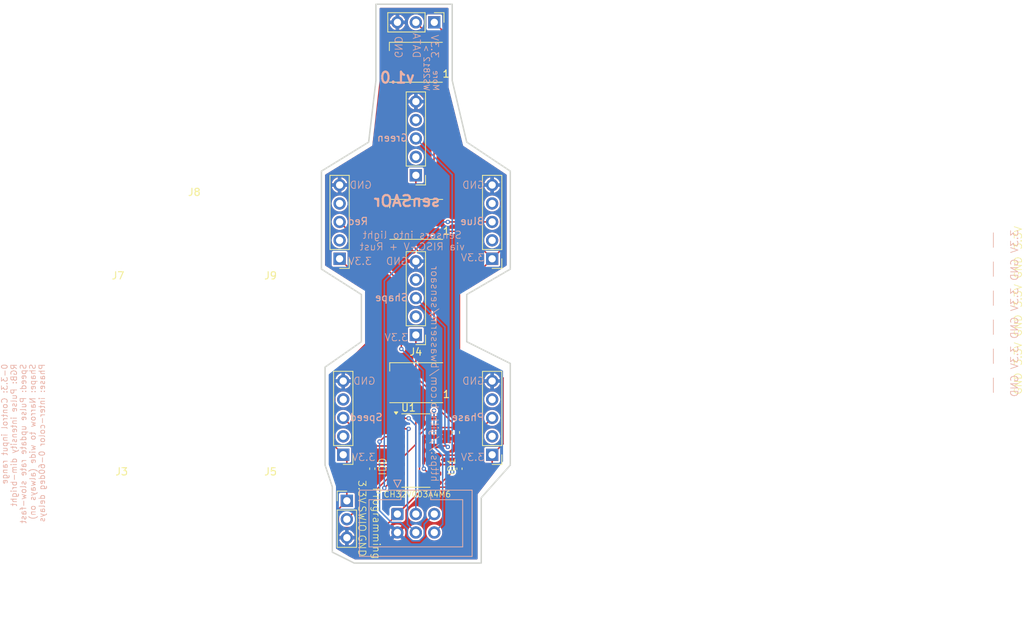
<source format=kicad_pcb>
(kicad_pcb (version 20240108) (generator "pcbnew") (generator_version "8.0")
  (layers (0 "F.Cu" signal) (31 "B.Cu" signal) (34 "B.Paste" user) (35 "F.Paste" user) (36 "B.SilkS" user "B.Silkscreen") (37 "F.SilkS" user "F.Silkscreen") (38 "B.Mask" user) (39 "F.Mask" user) (44 "Edge.Cuts" user))
  (net 0 "")
  (net 1 "VCC")
  (net 2 "GND")
  (net 3 "/SCL")
  (net 4 "/GPIO2")
  (net 5 "/GPIO1")
  (net 6 "/SDA")
  (net 7 "/SWIO")
  (net 8 "Net-(D1-DOUT)")
  (net 9 "Net-(D2-DOUT)")
  (net 10 "Net-(D3-DOUT)")
  (net 11 "/AR")
  (net 12 "/AG")
  (net 13 "/AB")
  (net 14 "/SPEED")
  (net 15 "/SHAPE")
  (net 16 "/ID0")
  (net 17 "/ID1")
  (net 24 "/LED")
  (net 25 "/PHASE")
  (footprint "Capacitor_SMD:C_0603_1608Metric_Pad1.08x0.95mm_HandSolder" (layer "F.Cu") (at 99 77 -90)
    (property "Reference" "C1" (hide yes))
    (property "Value" "C")
    (fp_line (start -0.146267 0.51) (end 0.146267 0.51) (stroke (width 0.12)) (layer "F.SilkS"))
    (fp_line (start -0.146267 -0.51) (end 0.146267 -0.51) (stroke (width 0.12)) (layer "F.SilkS"))
    (pad "1" smd roundrect (at -0.8625 0 270) (size 1.075 0.95) (layers "F.Cu" "F.Paste" "F.Mask") (net 1 "VCC"))
    (pad "2" smd roundrect (at 0.8625 0 270) (size 1.075 0.95) (layers "F.Cu" "F.Paste" "F.Mask") (net 2 "GND"))
  )
  (footprint "Connector_PinHeader_2.54mm:PinHeader_1x03_P2.54mm_Vertical" (layer "F.Cu") (at 96.04 20.5 -90)
    (property "Reference" "J2")
    (property "Value" "WS2812")
    (fp_line (start -1.33 6.41) (end 1.33 6.41) (stroke (width 0.12)) (layer "F.SilkS"))
    (fp_line (start -1.33 1.27) (end -1.33 6.41) (stroke (width 0.12)) (layer "F.SilkS"))
    (fp_line (start -1.33 1.27) (end 1.33 1.27) (stroke (width 0.12)) (layer "F.SilkS"))
    (fp_line (start 1.33 1.27) (end 1.33 6.41) (stroke (width 0.12)) (layer "F.SilkS"))
    (fp_line (start -1.33 0) (end -1.33 -1.33) (stroke (width 0.12)) (layer "F.SilkS"))
    (fp_line (start -1.33 -1.33) (end 0 -1.33) (stroke (width 0.12)) (layer "F.SilkS"))
    (pad "1" thru_hole rect (at 0 0 270) (size 1.7 1.7) (drill 1) (layers "*.Cu" "*.Mask") (net 1 "VCC"))
    (pad "2" thru_hole oval (at 0 2.54 270) (size 1.7 1.7) (drill 1) (layers "*.Cu" "*.Mask") (net 10 "Net-(D3-DOUT)"))
    (pad "3" thru_hole oval (at 0 5.08 270) (size 1.7 1.7) (drill 1) (layers "*.Cu" "*.Mask") (net 2 "GND"))
  )
  (footprint "Connector_PinHeader_2.54mm:PinHeader_1x05_P2.54mm_Vertical" (layer "F.Cu") (at 104 80.08 180)
    (property "Reference" "J5" (at 30.5 -2.33 0) (layer "F.SilkS"))
    (property "Value" "Conn_01x05_Pin")
    (fp_line (start 1.33 1.27) (end 1.33 11.49) (stroke (width 0.12)) (layer "F.SilkS"))
    (fp_line (start -1.33 11.49) (end 1.33 11.49) (stroke (width 0.12)) (layer "F.SilkS"))
    (fp_line (start -1.33 1.27) (end 1.33 1.27) (stroke (width 0.12)) (layer "F.SilkS"))
    (fp_line (start -1.33 1.27) (end -1.33 11.49) (stroke (width 0.12)) (layer "F.SilkS"))
    (fp_line (start -1.33 0) (end -1.33 -1.33) (stroke (width 0.12)) (layer "F.SilkS"))
    (fp_line (start -1.33 -1.33) (end 0 -1.33) (stroke (width 0.12)) (layer "F.SilkS"))
    (pad "1" thru_hole rect (at 0 0 180) (size 1.7 1.7) (drill 1) (layers "*.Cu" "*.Mask") (net 1 "VCC"))
    (pad "2" thru_hole oval (at 0 2.54 180) (size 1.7 1.7) (drill 1) (layers "*.Cu" "*.Mask"))
    (pad "3" thru_hole oval (at 0 5.08 180) (size 1.7 1.7) (drill 1) (layers "*.Cu" "*.Mask") (net 25 "/PHASE"))
    (pad "4" thru_hole oval (at 0 7.62 180) (size 1.7 1.7) (drill 1) (layers "*.Cu" "*.Mask"))
    (pad "5" thru_hole oval (at 0 10.16 180) (size 1.7 1.7) (drill 1) (layers "*.Cu" "*.Mask") (net 2 "GND"))
  )
  (footprint "Connector_PinHeader_2.54mm:PinHeader_1x05_P2.54mm_Vertical" (layer "F.Cu") (at 93.5 63.575 180)
    (property "Reference" "J4" (at 0 -2.33 0) (layer "F.SilkS"))
    (property "Value" "Conn_01x05_Pin")
    (fp_line (start 1.33 1.27) (end 1.33 11.49) (stroke (width 0.12)) (layer "F.SilkS"))
    (fp_line (start -1.33 11.49) (end 1.33 11.49) (stroke (width 0.12)) (layer "F.SilkS"))
    (fp_line (start -1.33 1.27) (end 1.33 1.27) (stroke (width 0.12)) (layer "F.SilkS"))
    (fp_line (start -1.33 1.27) (end -1.33 11.49) (stroke (width 0.12)) (layer "F.SilkS"))
    (fp_line (start -1.33 0) (end -1.33 -1.33) (stroke (width 0.12)) (layer "F.SilkS"))
    (fp_line (start -1.33 -1.33) (end 0 -1.33) (stroke (width 0.12)) (layer "F.SilkS"))
    (pad "1" thru_hole rect (at 0 0 180) (size 1.7 1.7) (drill 1) (layers "*.Cu" "*.Mask") (net 1 "VCC"))
    (pad "2" thru_hole oval (at 0 2.54 180) (size 1.7 1.7) (drill 1) (layers "*.Cu" "*.Mask"))
    (pad "3" thru_hole oval (at 0 5.08 180) (size 1.7 1.7) (drill 1) (layers "*.Cu" "*.Mask") (net 15 "/SHAPE"))
    (pad "4" thru_hole oval (at 0 7.62 180) (size 1.7 1.7) (drill 1) (layers "*.Cu" "*.Mask"))
    (pad "5" thru_hole oval (at 0 10.16 180) (size 1.7 1.7) (drill 1) (layers "*.Cu" "*.Mask") (net 2 "GND"))
  )
  (footprint "LED_SMD:LED_WS2812B_PLCC4_5.0x5.0mm_P3.2mm" (layer "F.Cu") (at 93.55 70.15 180)
    (property "Reference" "D1" (hide yes))
    (property "Value" "WS2812B" (hide yes))
    (fp_line (start 3.65 2.75) (end 3.65 1.6) (stroke (width 0.12)) (layer "F.SilkS"))
    (fp_line (start -3.65 2.75) (end 3.65 2.75) (stroke (width 0.12)) (layer "F.SilkS"))
    (fp_line (start -3.65 -2.75) (end 3.65 -2.75) (stroke (width 0.12)) (layer "F.SilkS"))
    (fp_text user "1" (at -4.15 -1.6 0) (layer "F.SilkS"))
    (pad "1" smd rect (at -2.45 -1.65 180) (size 1.5 0.9) (layers "F.Cu" "F.Paste" "F.Mask") (net 1 "VCC"))
    (pad "2" smd rect (at -2.45 1.65 180) (size 1.5 0.9) (layers "F.Cu" "F.Paste" "F.Mask") (net 8 "Net-(D1-DOUT)"))
    (pad "3" smd rect (at 2.45 1.65 180) (size 1.5 0.9) (layers "F.Cu" "F.Paste" "F.Mask") (net 2 "GND"))
    (pad "4" smd rect (at 2.45 -1.65 180) (size 1.5 0.9) (layers "F.Cu" "F.Paste" "F.Mask") (net 24 "/LED"))
  )
  (footprint "Connector_PinHeader_2.54mm:PinHeader_1x05_P2.54mm_Vertical" (layer "F.Cu") (at 83.5 80.075 180)
    (property "Reference" "J3" (at 30.5 -2.33 0) (layer "F.SilkS"))
    (property "Value" "Conn_01x05_Pin")
    (fp_line (start 1.33 1.27) (end 1.33 11.49) (stroke (width 0.12)) (layer "F.SilkS"))
    (fp_line (start -1.33 11.49) (end 1.33 11.49) (stroke (width 0.12)) (layer "F.SilkS"))
    (fp_line (start -1.33 1.27) (end 1.33 1.27) (stroke (width 0.12)) (layer "F.SilkS"))
    (fp_line (start -1.33 1.27) (end -1.33 11.49) (stroke (width 0.12)) (layer "F.SilkS"))
    (fp_line (start -1.33 0) (end -1.33 -1.33) (stroke (width 0.12)) (layer "F.SilkS"))
    (fp_line (start -1.33 -1.33) (end 0 -1.33) (stroke (width 0.12)) (layer "F.SilkS"))
    (pad "1" thru_hole rect (at 0 0 180) (size 1.7 1.7) (drill 1) (layers "*.Cu" "*.Mask") (net 1 "VCC"))
    (pad "2" thru_hole oval (at 0 2.54 180) (size 1.7 1.7) (drill 1) (layers "*.Cu" "*.Mask"))
    (pad "3" thru_hole oval (at 0 5.08 180) (size 1.7 1.7) (drill 1) (layers "*.Cu" "*.Mask") (net 14 "/SPEED"))
    (pad "4" thru_hole oval (at 0 7.62 180) (size 1.7 1.7) (drill 1) (layers "*.Cu" "*.Mask"))
    (pad "5" thru_hole oval (at 0 10.16 180) (size 1.7 1.7) (drill 1) (layers "*.Cu" "*.Mask") (net 2 "GND"))
  )
  (footprint "Connector_PinHeader_2.54mm:PinHeader_1x05_P2.54mm_Vertical" (layer "F.Cu") (at 93.5 41.575 180)
    (property "Reference" "J8" (at 30.5 -2.33 0) (layer "F.SilkS"))
    (property "Value" "Conn_01x05_Pin")
    (fp_line (start 1.33 1.27) (end 1.33 11.49) (stroke (width 0.12)) (layer "F.SilkS"))
    (fp_line (start -1.33 11.49) (end 1.33 11.49) (stroke (width 0.12)) (layer "F.SilkS"))
    (fp_line (start -1.33 1.27) (end 1.33 1.27) (stroke (width 0.12)) (layer "F.SilkS"))
    (fp_line (start -1.33 1.27) (end -1.33 11.49) (stroke (width 0.12)) (layer "F.SilkS"))
    (fp_line (start -1.33 0) (end -1.33 -1.33) (stroke (width 0.12)) (layer "F.SilkS"))
    (fp_line (start -1.33 -1.33) (end 0 -1.33) (stroke (width 0.12)) (layer "F.SilkS"))
    (pad "1" thru_hole rect (at 0 0 180) (size 1.7 1.7) (drill 1) (layers "*.Cu" "*.Mask") (net 1 "VCC"))
    (pad "2" thru_hole oval (at 0 2.54 180) (size 1.7 1.7) (drill 1) (layers "*.Cu" "*.Mask"))
    (pad "3" thru_hole oval (at 0 5.08 180) (size 1.7 1.7) (drill 1) (layers "*.Cu" "*.Mask") (net 12 "/AG"))
    (pad "4" thru_hole oval (at 0 7.62 180) (size 1.7 1.7) (drill 1) (layers "*.Cu" "*.Mask"))
    (pad "5" thru_hole oval (at 0 10.16 180) (size 1.7 1.7) (drill 1) (layers "*.Cu" "*.Mask") (net 2 "GND"))
  )
  (footprint "LED_SMD:LED_WS2812B_PLCC4_5.0x5.0mm_P3.2mm" (layer "F.Cu") (at 93.5 26 180)
    (property "Reference" "D3" (hide yes))
    (property "Value" "WS2812B" (hide yes))
    (fp_line (start 3.65 2.75) (end 3.65 1.6) (stroke (width 0.12)) (layer "F.SilkS"))
    (fp_line (start -3.65 2.75) (end 3.65 2.75) (stroke (width 0.12)) (layer "F.SilkS"))
    (fp_line (start -3.65 -2.75) (end 3.65 -2.75) (stroke (width 0.12)) (layer "F.SilkS"))
    (fp_text user "1" (at -4.15 -1.6 0) (layer "F.SilkS"))
    (pad "1" smd rect (at -2.45 -1.65 180) (size 1.5 0.9) (layers "F.Cu" "F.Paste" "F.Mask") (net 1 "VCC"))
    (pad "2" smd rect (at -2.45 1.65 180) (size 1.5 0.9) (layers "F.Cu" "F.Paste" "F.Mask") (net 10 "Net-(D3-DOUT)"))
    (pad "3" smd rect (at 2.45 1.65 180) (size 1.5 0.9) (layers "F.Cu" "F.Paste" "F.Mask") (net 2 "GND"))
    (pad "4" smd rect (at 2.45 -1.65 180) (size 1.5 0.9) (layers "F.Cu" "F.Paste" "F.Mask") (net 9 "Net-(D2-DOUT)"))
  )
  (footprint "Connector_PinHeader_2.54mm:PinHeader_1x05_P2.54mm_Vertical" (layer "F.Cu") (at 83 53.075 180)
    (property "Reference" "J7" (at 30.5 -2.33 0) (layer "F.SilkS"))
    (property "Value" "Conn_01x05_Pin")
    (fp_line (start 1.33 1.27) (end 1.33 11.49) (stroke (width 0.12)) (layer "F.SilkS"))
    (fp_line (start -1.33 11.49) (end 1.33 11.49) (stroke (width 0.12)) (layer "F.SilkS"))
    (fp_line (start -1.33 1.27) (end 1.33 1.27) (stroke (width 0.12)) (layer "F.SilkS"))
    (fp_line (start -1.33 1.27) (end -1.33 11.49) (stroke (width 0.12)) (layer "F.SilkS"))
    (fp_line (start -1.33 0) (end -1.33 -1.33) (stroke (width 0.12)) (layer "F.SilkS"))
    (fp_line (start -1.33 -1.33) (end 0 -1.33) (stroke (width 0.12)) (layer "F.SilkS"))
    (pad "1" thru_hole rect (at 0 0 180) (size 1.7 1.7) (drill 1) (layers "*.Cu" "*.Mask") (net 1 "VCC"))
    (pad "2" thru_hole oval (at 0 2.54 180) (size 1.7 1.7) (drill 1) (layers "*.Cu" "*.Mask"))
    (pad "3" thru_hole oval (at 0 5.08 180) (size 1.7 1.7) (drill 1) (layers "*.Cu" "*.Mask") (net 11 "/AR"))
    (pad "4" thru_hole oval (at 0 7.62 180) (size 1.7 1.7) (drill 1) (layers "*.Cu" "*.Mask"))
    (pad "5" thru_hole oval (at 0 10.16 180) (size 1.7 1.7) (drill 1) (layers "*.Cu" "*.Mask") (net 2 "GND"))
  )
  (footprint "Capacitor_SMD:C_0402_1005Metric_Pad0.74x0.62mm_HandSolder" (layer "F.Cu") (at 99.5 82 -90)
    (property "Reference" "R2" (hide yes))
    (property "Value" "ID1")
    (fp_line (start -0.115835 0.36) (end 0.115835 0.36) (stroke (width 0.12)) (layer "F.SilkS"))
    (fp_line (start -0.115835 -0.36) (end 0.115835 -0.36) (stroke (width 0.12)) (layer "F.SilkS"))
    (pad "1" smd roundrect (at -0.5675 0 270) (size 0.735 0.62) (layers "F.Cu" "F.Paste" "F.Mask") (net 17 "/ID1"))
    (pad "2" smd roundrect (at 0.5675 0 270) (size 0.735 0.62) (layers "F.Cu" "F.Paste" "F.Mask") (net 2 "GND"))
  )
  (footprint "Connector_PinHeader_2.54mm:PinHeader_1x03_P2.54mm_Vertical" (layer "F.Cu") (at 84 86.42)
    (property "Reference" "J6" (hide yes))
    (property "Value" "Programming")
    (fp_line (start -1.33 -1.33) (end 0 -1.33) (stroke (width 0.12)) (layer "F.SilkS"))
    (fp_line (start -1.33 0) (end -1.33 -1.33) (stroke (width 0.12)) (layer "F.SilkS"))
    (fp_line (start -1.33 1.27) (end -1.33 6.41) (stroke (width 0.12)) (layer "F.SilkS"))
    (fp_line (start -1.33 1.27) (end 1.33 1.27) (stroke (width 0.12)) (layer "F.SilkS"))
    (fp_line (start -1.33 6.41) (end 1.33 6.41) (stroke (width 0.12)) (layer "F.SilkS"))
    (fp_line (start 1.33 1.27) (end 1.33 6.41) (stroke (width 0.12)) (layer "F.SilkS"))
    (pad "1" thru_hole rect (at 0 0) (size 1.7 1.7) (drill 1) (layers "*.Cu" "*.Mask") (net 1 "VCC"))
    (pad "2" thru_hole oval (at 0 2.54) (size 1.7 1.7) (drill 1) (layers "*.Cu" "*.Mask") (net 7 "/SWIO"))
    (pad "3" thru_hole oval (at 0 5.08) (size 1.7 1.7) (drill 1) (layers "*.Cu" "*.Mask") (net 2 "GND"))
  )
  (footprint "Package_SO:SOP-16_3.9x9.9mm_P1.27mm" (layer "F.Cu") (at 93.5 79.5)
    (property "Reference" "U1" (at -1.015 -5.9 0) (layer "F.SilkS"))
    (property "Value" "CH32V003AxMx")
    (fp_line (start 0 -5.06) (end -1.95 -5.06) (stroke (width 0.12)) (layer "F.SilkS"))
    (fp_line (start 0 -5.06) (end 1.95 -5.06) (stroke (width 0.12)) (layer "F.SilkS"))
    (fp_line (start 0 5.06) (end -1.95 5.06) (stroke (width 0.12)) (layer "F.SilkS"))
    (fp_line (start 0 5.06) (end 1.95 5.06) (stroke (width 0.12)) (layer "F.SilkS"))
    (fp_poly (pts (xy -2.725 -5.005) (xy -2.965 -5.335) (xy -2.485 -5.335) (xy -2.725 -5.005)) (stroke (width 0.12)) (fill solid) (layer "F.SilkS"))
    (pad "1" smd roundrect (at -2.5 -4.445) (size 2 0.6) (layers "F.Cu" "F.Paste" "F.Mask") (net 6 "/SDA"))
    (pad "2" smd roundrect (at -2.5 -3.175) (size 2 0.6) (layers "F.Cu" "F.Paste" "F.Mask") (net 3 "/SCL"))
    (pad "3" smd roundrect (at -2.5 -1.905) (size 2 0.6) (layers "F.Cu" "F.Paste" "F.Mask") (net 5 "/GPIO1"))
    (pad "4" smd roundrect (at -2.5 -0.635) (size 2 0.6) (layers "F.Cu" "F.Paste" "F.Mask") (net 14 "/SPEED"))
    (pad "5" smd roundrect (at -2.5 0.635) (size 2 0.6) (layers "F.Cu" "F.Paste" "F.Mask") (net 24 "/LED"))
    (pad "6" smd roundrect (at -2.5 1.905) (size 2 0.6) (layers "F.Cu" "F.Paste" "F.Mask") (net 16 "/ID0"))
    (pad "7" smd roundrect (at -2.5 3.175) (size 2 0.6) (layers "F.Cu" "F.Paste" "F.Mask") (net 7 "/SWIO"))
    (pad "8" smd roundrect (at -2.5 4.445) (size 2 0.6) (layers "F.Cu" "F.Paste" "F.Mask") (net 13 "/AB"))
    (pad "9" smd roundrect (at 2.5 4.445) (size 2 0.6) (layers "F.Cu" "F.Paste" "F.Mask") (net 12 "/AG"))
    (pad "10" smd roundrect (at 2.5 3.175) (size 2 0.6) (layers "F.Cu" "F.Paste" "F.Mask") (net 11 "/AR"))
    (pad "11" smd roundrect (at 2.5 1.905) (size 2 0.6) (layers "F.Cu" "F.Paste" "F.Mask") (net 17 "/ID1"))
    (pad "12" smd roundrect (at 2.5 0.635) (size 2 0.6) (layers "F.Cu" "F.Paste" "F.Mask") (net 25 "/PHASE"))
    (pad "13" smd roundrect (at 2.5 -0.635) (size 2 0.6) (layers "F.Cu" "F.Paste" "F.Mask") (net 15 "/SHAPE"))
    (pad "14" smd roundrect (at 2.5 -1.905) (size 2 0.6) (layers "F.Cu" "F.Paste" "F.Mask") (net 2 "GND"))
    (pad "15" smd roundrect (at 2.5 -3.175) (size 2 0.6) (layers "F.Cu" "F.Paste" "F.Mask") (net 1 "VCC"))
    (pad "16" smd roundrect (at 2.5 -4.445) (size 2 0.6) (layers "F.Cu" "F.Paste" "F.Mask") (net 4 "/GPIO2"))
  )
  (footprint "Connector_PinHeader_2.54mm:PinHeader_1x05_P2.54mm_Vertical" (layer "F.Cu") (at 104 53.075 180)
    (property "Reference" "J9" (at 30.5 -2.33 0) (layer "F.SilkS"))
    (property "Value" "Conn_01x05_Pin")
    (fp_line (start 1.33 1.27) (end 1.33 11.49) (stroke (width 0.12)) (layer "F.SilkS"))
    (fp_line (start -1.33 11.49) (end 1.33 11.49) (stroke (width 0.12)) (layer "F.SilkS"))
    (fp_line (start -1.33 1.27) (end 1.33 1.27) (stroke (width 0.12)) (layer "F.SilkS"))
    (fp_line (start -1.33 1.27) (end -1.33 11.49) (stroke (width 0.12)) (layer "F.SilkS"))
    (fp_line (start -1.33 0) (end -1.33 -1.33) (stroke (width 0.12)) (layer "F.SilkS"))
    (fp_line (start -1.33 -1.33) (end 0 -1.33) (stroke (width 0.12)) (layer "F.SilkS"))
    (pad "1" thru_hole rect (at 0 0 180) (size 1.7 1.7) (drill 1) (layers "*.Cu" "*.Mask") (net 1 "VCC"))
    (pad "2" thru_hole oval (at 0 2.54 180) (size 1.7 1.7) (drill 1) (layers "*.Cu" "*.Mask"))
    (pad "3" thru_hole oval (at 0 5.08 180) (size 1.7 1.7) (drill 1) (layers "*.Cu" "*.Mask") (net 13 "/AB"))
    (pad "4" thru_hole oval (at 0 7.62 180) (size 1.7 1.7) (drill 1) (layers "*.Cu" "*.Mask"))
    (pad "5" thru_hole oval (at 0 10.16 180) (size 1.7 1.7) (drill 1) (layers "*.Cu" "*.Mask") (net 2 "GND"))
  )
  (footprint "Capacitor_SMD:C_0402_1005Metric_Pad0.74x0.62mm_HandSolder" (layer "F.Cu") (at 87.5 82 -90)
    (property "Reference" "R1" (hide yes))
    (property "Value" "ID0")
    (fp_line (start -0.115835 0.36) (end 0.115835 0.36) (stroke (width 0.12)) (layer "F.SilkS"))
    (fp_line (start -0.115835 -0.36) (end 0.115835 -0.36) (stroke (width 0.12)) (layer "F.SilkS"))
    (pad "1" smd roundrect (at -0.5675 0 270) (size 0.735 0.62) (layers "F.Cu" "F.Paste" "F.Mask") (net 16 "/ID0"))
    (pad "2" smd roundrect (at 0.5675 0 270) (size 0.735 0.62) (layers "F.Cu" "F.Paste" "F.Mask") (net 2 "GND"))
  )
  (footprint "LED_SMD:LED_WS2812B_PLCC4_5.0x5.0mm_P3.2mm" (layer "F.Cu") (at 93.55 47.65 180)
    (property "Reference" "D2" (hide yes))
    (property "Value" "WS2812B" (hide yes))
    (fp_line (start 3.65 2.75) (end 3.65 1.6) (stroke (width 0.12)) (layer "F.SilkS"))
    (fp_line (start -3.65 2.75) (end 3.65 2.75) (stroke (width 0.12)) (layer "F.SilkS"))
    (fp_line (start -3.65 -2.75) (end 3.65 -2.75) (stroke (width 0.12)) (layer "F.SilkS"))
    (fp_text user "1" (at -4.15 -1.6 0) (layer "F.SilkS"))
    (pad "1" smd rect (at -2.45 -1.65 180) (size 1.5 0.9) (layers "F.Cu" "F.Paste" "F.Mask") (net 1 "VCC"))
    (pad "2" smd rect (at -2.45 1.65 180) (size 1.5 0.9) (layers "F.Cu" "F.Paste" "F.Mask") (net 9 "Net-(D2-DOUT)"))
    (pad "3" smd rect (at 2.45 1.65 180) (size 1.5 0.9) (layers "F.Cu" "F.Paste" "F.Mask") (net 2 "GND"))
    (pad "4" smd rect (at 2.45 -1.65 180) (size 1.5 0.9) (layers "F.Cu" "F.Paste" "F.Mask") (net 8 "Net-(D1-DOUT)"))
  )
  (footprint "Connector_IDC:IDC-Header_2x03_P2.54mm_Vertical" (layer "B.Cu") (at 90.955 88.2475 -90)
    (property "Reference" "J1" (hide yes))
    (property "Value" "SAO")
    (fp_line (start -3.29 5.21) (end -3.29 -10.29) (stroke (width 0.12)) (layer "B.SilkS"))
    (fp_line (start 5.83 5.21) (end -3.29 5.21) (stroke (width 0.12)) (layer "B.SilkS"))
    (fp_line (start -1.98 3.91) (end -1.98 -0.49) (stroke (width 0.12)) (layer "B.SilkS"))
    (fp_line (start 4.52 3.91) (end -1.98 3.91) (stroke (width 0.12)) (layer "B.SilkS"))
    (fp_line (start -4.68 0.5) (end -3.68 0) (stroke (width 0.12)) (layer "B.SilkS"))
    (fp_line (start -3.68 0) (end -4.68 -0.5) (stroke (width 0.12)) (layer "B.SilkS"))
    (fp_line (start -1.98 -0.49) (end -3.29 -0.49) (stroke (width 0.12)) (layer "B.SilkS"))
    (fp_line (start -4.68 -0.5) (end -4.68 0.5) (stroke (width 0.12)) (layer "B.SilkS"))
    (fp_line (start -3.29 -4.59) (end -1.98 -4.59) (stroke (width 0.12)) (layer "B.SilkS"))
    (fp_line (start -1.98 -4.59) (end -1.98 -4.59) (stroke (width 0.12)) (layer "B.SilkS"))
    (fp_line (start -1.98 -4.59) (end -1.98 -8.99) (stroke (width 0.12)) (layer "B.SilkS"))
    (fp_line (start -1.98 -8.99) (end 4.52 -8.99) (stroke (width 0.12)) (layer "B.SilkS"))
    (fp_line (start 4.52 -8.99) (end 4.52 3.91) (stroke (width 0.12)) (layer "B.SilkS"))
    (fp_line (start -3.29 -10.29) (end 5.83 -10.29) (stroke (width 0.12)) (layer "B.SilkS"))
    (fp_line (start 5.83 -10.29) (end 5.83 5.21) (stroke (width 0.12)) (layer "B.SilkS"))
    (pad "1" thru_hole roundrect (at 0 0 270) (size 1.7 1.7) (drill 1) (layers "*.Cu" "*.Mask") (roundrect_rratio 0.147059) (net 1 "VCC"))
    (pad "2" thru_hole circle (at 2.54 0 270) (size 1.7 1.7) (drill 1) (layers "*.Cu" "*.Mask") (net 2 "GND"))
    (pad "3" thru_hole circle (at 0 -2.54 270) (size 1.7 1.7) (drill 1) (layers "*.Cu" "*.Mask") (net 6 "/SDA"))
    (pad "4" thru_hole circle (at 2.54 -2.54 270) (size 1.7 1.7) (drill 1) (layers "*.Cu" "*.Mask") (net 3 "/SCL"))
    (pad "5" thru_hole circle (at 0 -5.08 270) (size 1.7 1.7) (drill 1) (layers "*.Cu" "*.Mask") (net 5 "/GPIO1"))
    (pad "6" thru_hole circle (at 2.54 -5.08 270) (size 1.7 1.7) (drill 1) (layers "*.Cu" "*.Mask") (net 4 "/GPIO2"))
  )
  (gr_line (start 173 65.5) (end 173 67.5) (stroke (width 0.1)) (layer "B.SilkS"))
  (gr_line (start 173 61.5) (end 173 63.5) (stroke (width 0.1)) (layer "B.SilkS"))
  (gr_line (start 173 53.5) (end 173 55.5) (stroke (width 0.1)) (layer "B.SilkS"))
  (gr_line (start 173 69.5) (end 173 71.5) (stroke (width 0.1)) (layer "B.SilkS"))
  (gr_line (start 173 57.5) (end 173 59.5) (stroke (width 0.1)) (layer "B.SilkS"))
  (gr_line (start 173 49.5) (end 173 51.5) (stroke (width 0.1)) (layer "B.SilkS"))
  (gr_poly (pts (xy 85 95) (xy 102.5 95) (xy 102.5 86) (xy 106.5 81.5) (xy 106.5 67.5) (xy 100.5 64.5) (xy 100.5 58) (xy 106.5 54.5) (xy 106.5 41) (xy 100.5 37) (xy 98.5 28.5) (xy 98.5 18) (xy 88 18) (xy 88 28.5) (xy 87 37) (xy 80.5 41) (xy 80.5 54.5) (xy 86 58) (xy 86 64.5) (xy 81 68) (xy 81 81.5) (xy 82 84.5) (xy 82 93.5)) (stroke (width 0.2)) (fill none) (layer "Edge.Cuts"))
  (gr_text "Shape" (at 92.5 59 0) (layer "B.SilkS") (effects (font (size 1 1)) (justify left bottom mirror)))
  (gr_text "GND" (at 103 43.5 0) (layer "B.SilkS") (effects (font (size 1 1) (thickness 0.1)) (justify left bottom mirror)))
  (gr_text "3.3V" (at 88 81 0) (layer "B.SilkS") (effects (font (size 1 1) (thickness 0.1)) (justify left bottom mirror)))
  (gr_text "Red" (at 87 48.5 -0) (layer "B.SilkS") (effects (font (size 1 1)) (justify left bottom mirror)))
  (gr_text "3.3V" (at 92.5 64.5 0) (layer "B.SilkS") (effects (font (size 1 1) (thickness 0.1)) (justify left bottom mirror)))
  (gr_text "3.3V" (at 176.5 49 90) (layer "B.SilkS") (effects (font (size 1 1) (thickness 0.1)) (justify left bottom mirror)))
  (gr_text "More\nWS2812 >" (at 94.5 30 -90) (layer "B.SilkS") (effects (font (size 0.8 0.8) (thickness 0.1)) (justify left bottom mirror)))
  (gr_text "GND" (at 176.5 61 90) (layer "B.SilkS") (effects (font (size 1 1) (thickness 0.1)) (justify left bottom mirror)))
  (gr_text "GND" (at 176.5 53 90) (layer "B.SilkS") (effects (font (size 1 1) (thickness 0.1)) (justify left bottom mirror)))
  (gr_text "senSAOr" (at 97 46 -0) (layer "B.SilkS") (effects (font (size 1.5 1.5) (thickness 0.3) (bold yes)) (justify left bottom mirror)))
  (gr_text "GND" (at 90.5 25.5 -90) (layer "B.SilkS") (effects (font (size 1 1) (thickness 0.1)) (justify left bottom mirror)))
  (gr_text "0-3.3: Control input range\nRGB: Pulse intensity dim-bright\nSpeed: Pulse update rate slow-fast\nShape: Narrow to wide (always on)\nPhase: inter-color 0-60deg delays" (at 42.5 67.5 90) (layer "B.SilkS") (effects (font (size 0.8 0.8) (thickness 0.1)) (justify left bottom mirror)))
  (gr_text "3.3V" (at 176.5 57 90) (layer "B.SilkS") (effects (font (size 1 1) (thickness 0.1)) (justify left bottom mirror)))
  (gr_text "Phase" (at 103 75.5 -0) (layer "B.SilkS") (effects (font (size 1 1)) (justify left bottom mirror)))
  (gr_text "3.3V" (at 103 53.5 0) (layer "B.SilkS") (effects (font (size 1 1) (thickness 0.1)) (justify left bottom mirror)))
  (gr_text "Green" (at 92.5 37 -0) (layer "B.SilkS") (effects (font (size 1 1)) (justify left bottom mirror)))
  (gr_text "GND" (at 176.5 69 90) (layer "B.SilkS") (effects (font (size 1 1) (thickness 0.1)) (justify left bottom mirror)))
  (gr_text "3.3V" (at 87.5 54 0) (layer "B.SilkS") (effects (font (size 1 1) (thickness 0.1)) (justify left bottom mirror)))
  (gr_text "GND" (at 88 70.5 0) (layer "B.SilkS") (effects (font (size 1 1) (thickness 0.1)) (justify left bottom mirror)))
  (gr_text "Speed" (at 89 75.5 0) (layer "B.SilkS") (effects (font (size 1 1)) (justify left bottom mirror)))
  (gr_text "GND" (at 92.5 54 0) (layer "B.SilkS") (effects (font (size 1 1) (thickness 0.1)) (justify left bottom mirror)))
  (gr_text "v1.0" (at 93.5 29 0) (layer "B.SilkS") (effects (font (size 1.5 1.5) (thickness 0.3) (bold yes)) (justify left bottom mirror)))
  (gr_text "GND" (at 87.5 43.5 0) (layer "B.SilkS") (effects (font (size 1 1) (thickness 0.1)) (justify left bottom mirror)))
  (gr_text "3.3V" (at 176.5 65 90) (layer "B.SilkS") (effects (font (size 1 1) (thickness 0.1)) (justify left bottom mirror)))
  (gr_text "DATA" (at 93 25.5 -90) (layer "B.SilkS") (effects (font (size 1 1) (thickness 0.1)) (justify left bottom mirror)))
  (gr_text "3.3V" (at 95.5 25.5 -90) (layer "B.SilkS") (effects (font (size 1 1) (thickness 0.1)) (justify left bottom mirror)))
  (gr_text "Blue" (at 103 48.5 -0) (layer "B.SilkS") (effects (font (size 1 1)) (justify left bottom mirror)))
  (gr_text "https://github.com/bwasserm/sensaor" (at 95.5 54 -90) (layer "B.SilkS") (effects (font (size 1 1) (thickness 0.1)) (justify right bottom mirror)))
  (gr_text "3.3V" (at 103 81 0) (layer "B.SilkS") (effects (font (size 1 1) (thickness 0.1)) (justify left bottom mirror)))
  (gr_text "Sensors into light\nvia RISC-V + Rust" (at 93 52 0) (layer "B.SilkS") (effects (font (size 1 1) (thickness 0.1)) (justify bottom mirror)))
  (gr_text "GND" (at 103 70.5 0) (layer "B.SilkS") (effects (font (size 1 1) (thickness 0.1)) (justify left bottom mirror)))
  (gr_text "GND" (at 177 71.865 90) (layer "F.SilkS") (effects (font (size 1 1) (thickness 0.1)) (justify left bottom)))
  (gr_text "3.3V" (at 85.5 83.5 -90) (layer "F.SilkS") (effects (font (size 1 1) (thickness 0.1)) (justify left bottom)))
  (gr_text "GND" (at 85.5 91 -90) (layer "F.SilkS") (effects (font (size 1 1) (thickness 0.1)) (justify left bottom)))
  (gr_text "3.3V" (at 177 51.865 90) (layer "F.SilkS") (effects (font (size 1 1) (thickness 0.1)) (justify left bottom)))
  (gr_text "GND" (at 177 55.865 90) (layer "F.SilkS") (effects (font (size 1 1) (thickness 0.1)) (justify left bottom)))
  (gr_text "CH32V003A4M6" (at 89 86 0) (layer "F.SilkS") (effects (font (size 0.8 0.8) (thickness 0.1)) (justify left bottom)))
  (gr_text "ID0" (at 89.5 83 90) (layer "F.SilkS") (effects (font (size 1 1) (thickness 0.1)) (justify left bottom)))
  (gr_text "3.3V" (at 177 67.865 90) (layer "F.SilkS") (effects (font (size 1 1) (thickness 0.1)) (justify left bottom)))
  (gr_text "Programming" (at 87.5 84.5 -90) (layer "F.SilkS") (effects (font (size 1 1) (thickness 0.1)) (justify left bottom)))
  (gr_text "ID1" (at 99 83 90) (layer "F.SilkS") (effects (font (size 1 1) (thickness 0.1)) (justify left bottom)))
  (gr_text "SWIO" (at 85.5 87 -90) (layer "F.SilkS") (effects (font (size 1 1) (thickness 0.1)) (justify left bottom)))
  (gr_text "3.3V" (at 177 59.865 90) (layer "F.SilkS") (effects (font (size 1 1) (thickness 0.1)) (justify left bottom)))
  (gr_text "GND" (at 177 63.865 90) (layer "F.SilkS") (effects (font (size 1 1) (thickness 0.1)) (justify left bottom)))
  (segment (start 93.5 47.1) (end 93.5 41.575) (width 0.2) (layer "F.Cu") (net 1))
  (segment (start 90.955 88.2475) (end 89.0925 90.11) (width 0.2) (layer "F.Cu") (net 1))
  (segment (start 82.85 87.57) (end 84 86.42) (width 0.2) (layer "F.Cu") (net 1))
  (segment (start 95.7 49.3) (end 93.5 47.1) (width 0.2) (layer "F.Cu") (net 1))
  (segment (start 95.000001 76.325) (end 96 76.325) (width 0.2) (layer "F.Cu") (net 1))
  (segment (start 93.5 69.3) (end 96 71.8) (width 0.2) (layer "F.Cu") (net 1))
  (segment (start 94.6575 84.545) (end 101.455 84.545) (width 0.2) (layer "F.Cu") (net 1))
  (segment (start 82.85 89.85) (end 82.85 87.57) (width 0.2) (layer "F.Cu") (net 1))
  (segment (start 105.5 69.5) (end 104.5 68.5) (width 0.2) (layer "F.Cu") (net 1))
  (segment (start 82.35 69.046697) (end 86.639626 64.757071) (width 0.2) (layer "F.Cu") (net 1))
  (segment (start 95.95 27.65) (end 97 26.6) (width 0.2) (layer "F.Cu") (net 1))
  (segment (start 84 86.42) (end 84 80.575) (width 0.2) (layer "F.Cu") (net 1))
  (segment (start 104.5 68.5) (end 102 68.5) (width 0.2) (layer "F.Cu") (net 1))
  (segment (start 90.955 88.2475) (end 94 85.2025) (width 0.2) (layer "F.Cu") (net 1))
  (segment (start 94 85.2025) (end 94 77.325001) (width 0.2) (layer "F.Cu") (net 1))
  (segment (start 86.639626 56.714626) (end 83 53.075) (width 0.2) (layer "F.Cu") (net 1))
  (segment (start 97 26.6) (end 97 21.46) (width 0.2) (layer "F.Cu") (net 1))
  (segment (start 105.15 51.925) (end 104 53.075) (width 0.2) (layer "F.Cu") (net 1))
  (segment (start 97 21.46) (end 96.04 20.5) (width 0.2) (layer "F.Cu") (net 1))
  (segment (start 96 49.3) (end 95.7 49.3) (width 0.2) (layer "F.Cu") (net 1))
  (segment (start 83.5 80.075) (end 82.35 78.925) (width 0.2) (layer "F.Cu") (net 1))
  (segment (start 105.15 42.15) (end 105.15 51.925) (width 0.2) (layer "F.Cu") (net 1))
  (segment (start 94 77.325001) (end 95.000001 76.325) (width 0.2) (layer "F.Cu") (net 1))
  (segment (start 96 71.8) (end 96 73.1375) (width 0.2) (layer "F.Cu") (net 1))
  (segment (start 96 73.1375) (end 99 76.1375) (width 0.2) (layer "F.Cu") (net 1))
  (segment (start 96.4 28.1) (end 96.4 35.9) (width 0.2) (layer "F.Cu") (net 1))
  (segment (start 84 80.575) (end 83.5 80.075) (width 0.2) (layer "F.Cu") (net 1))
  (segment (start 105.5 78.58) (end 105.5 69.5) (width 0.2) (layer "F.Cu") (net 1))
  (segment (start 99.5 57.575) (end 104 53.075) (width 0.2) (layer "F.Cu") (net 1))
  (segment (start 99.5 66) (end 99.5 57.575) (width 0.2) (layer "F.Cu") (net 1))
  (segment (start 90.955 88.2475) (end 94.6575 84.545) (width 0.2) (layer "F.Cu") (net 1))
  (segment (start 93.5 63.575) (end 93.5 69.3) (width 0.2) (layer "F.Cu") (net 1))
  (segment (start 101.455 84.545) (end 104 82) (width 0.2) (layer "F.Cu") (net 1))
  (segment (start 102 68.5) (end 99.5 66) (width 0.2) (layer "F.Cu") (net 1))
  (segment (start 96.4 35.9) (end 101.537692 41.037692) (width 0.2) (layer "F.Cu") (net 1))
  (segment (start 82.35 78.925) (end 82.35 69.046697) (width 0.2) (layer "F.Cu") (net 1))
  (segment (start 101.537692 41.037692) (end 104.037692 41.037692) (width 0.2) (layer "F.Cu") (net 1))
  (segment (start 98.8125 76.325) (end 99 76.1375) (width 0.2) (layer "F.Cu") (net 1))
  (segment (start 104.037692 41.037692) (end 105.15 42.15) (width 0.2) (layer "F.Cu") (net 1))
  (segment (start 104 82) (end 104 80.08) (width 0.2) (layer "F.Cu") (net 1))
  (segment (start 95.95 27.65) (end 96.4 28.1) (width 0.2) (layer "F.Cu") (net 1))
  (segment (start 104 80.08) (end 105.5 78.58) (width 0.2) (layer "F.Cu") (net 1))
  (segment (start 86.639626 64.757071) (end 86.639626 56.714626) (width 0.2) (layer "F.Cu") (net 1))
  (segment (start 96 76.325) (end 98.8125 76.325) (width 0.2) (layer "F.Cu") (net 1))
  (segment (start 100.225 49.3) (end 104 53.075) (width 0.2) (layer "F.Cu") (net 1))
  (segment (start 82.35 53.725) (end 83 53.075) (width 0.2) (layer "F.Cu") (net 1))
  (segment (start 96 49.3) (end 100.225 49.3) (width 0.2) (layer "F.Cu") (net 1))
  (segment (start 89.0925 90.11) (end 83.11 90.11) (width 0.2) (layer "F.Cu") (net 1))
  (segment (start 83.11 90.11) (end 82.85 89.85) (width 0.2) (layer "F.Cu") (net 1))
  (segment (start 91.175 76.5) (end 91 76.325) (width 0.2) (layer "F.Cu") (net 3))
  (segment (start 92.5 76.5) (end 91.175 76.5) (width 0.2) (layer "F.Cu") (net 3))
  (via (at 92.5 76.5) (size 0.6) (drill 0.3) (layers "F.Cu" "B.Cu") (net 3))
  (segment (start 92.345 76.655) (end 92.5 76.5) (width 0.2) (layer "B.Cu") (net 3))
  (segment (start 93.495 90.7875) (end 92.345 89.6375) (width 0.2) (layer "B.Cu") (net 3))
  (segment (start 92.345 89.6375) (end 92.345 76.655) (width 0.2) (layer "B.Cu") (net 3))
  (segment (start 96 74) (end 96 75.055) (width 0.2) (layer "F.Cu") (net 4))
  (via (at 96 74) (size 0.6) (drill 0.3) (layers "F.Cu" "B.Cu") (net 4))
  (segment (start 97.185 80.185) (end 96 79) (width 0.2) (layer "B.Cu") (net 4))
  (segment (start 97.185 89.6375) (end 97.185 80.185) (width 0.2) (layer "B.Cu") (net 4))
  (segment (start 96 79) (end 96 74) (width 0.2) (layer "B.Cu") (net 4))
  (segment (start 96.035 90.7875) (end 97.185 89.6375) (width 0.2) (layer "B.Cu") (net 4))
  (segment (start 89.17 77.595) (end 88.5 78.265) (width 0.2) (layer "F.Cu") (net 5))
  (segment (start 91 77.595) (end 89.17 77.595) (width 0.2) (layer "F.Cu") (net 5))
  (via (at 88.5 78.265) (size 0.6) (drill 0.3) (layers "F.Cu" "B.Cu") (net 5))
  (segment (start 94.645 89.6375) (end 96.035 88.2475) (width 0.2) (layer "B.Cu") (net 5))
  (segment (start 93.018654 91.9375) (end 93.971346 91.9375) (width 0.2) (layer "B.Cu") (net 5))
  (segment (start 90.120256 89.3975) (end 91.431346 89.3975) (width 0.2) (layer "B.Cu") (net 5))
  (segment (start 91.431346 89.3975) (end 92.345 90.311154) (width 0.2) (layer "B.Cu") (net 5))
  (segment (start 88.5 78.265) (end 88.5 87.777244) (width 0.2) (layer "B.Cu") (net 5))
  (segment (start 92.345 91.263846) (end 93.018654 91.9375) (width 0.2) (layer "B.Cu") (net 5))
  (segment (start 88.5 87.777244) (end 90.120256 89.3975) (width 0.2) (layer "B.Cu") (net 5))
  (segment (start 94.645 91.263846) (end 94.645 89.6375) (width 0.2) (layer "B.Cu") (net 5))
  (segment (start 93.971346 91.9375) (end 94.645 91.263846) (width 0.2) (layer "B.Cu") (net 5))
  (segment (start 92.345 90.311154) (end 92.345 91.263846) (width 0.2) (layer "B.Cu") (net 5))
  (segment (start 92.5 75.055) (end 91 75.055) (width 0.2) (layer "F.Cu") (net 6))
  (via (at 92.5 75.055) (size 0.6) (drill 0.3) (layers "F.Cu" "B.Cu") (net 6))
  (segment (start 92.5 75.055) (end 93.495 76.05) (width 0.2) (layer "B.Cu") (net 6))
  (segment (start 93.495 76.05) (end 93.495 88.2475) (width 0.2) (layer "B.Cu") (net 6))
  (segment (start 90.285 82.675) (end 91 82.675) (width 0.2) (layer "F.Cu") (net 7))
  (segment (start 84 88.96) (end 90.285 82.675) (width 0.2) (layer "F.Cu") (net 7))
  (segment (start 96 54.2) (end 91.1 49.3) (width 0.2) (layer "F.Cu") (net 8))
  (segment (start 96 68.5) (end 96 54.2) (width 0.2) (layer "F.Cu") (net 8))
  (segment (start 96 32.288654) (end 91.361346 27.65) (width 0.2) (layer "F.Cu") (net 9))
  (segment (start 91.361346 27.65) (end 91.05 27.65) (width 0.2) (layer "F.Cu") (net 9))
  (segment (start 96 46) (end 96 32.288654) (width 0.2) (layer "F.Cu") (net 9))
  (segment (start 95.95 22.95) (end 93.5 20.5) (width 0.2) (layer "F.Cu") (net 10))
  (segment (start 95.95 24.35) (end 95.95 22.95) (width 0.2) (layer "F.Cu") (net 10))
  (segment (start 91.5 56.495) (end 83 47.995) (width 0.2) (layer "F.Cu") (net 11))
  (segment (start 91.5 65.5) (end 91.5 56.495) (width 0.2) (layer "F.Cu") (net 11))
  (segment (start 95.275 82.675) (end 94.6 82) (width 0.2) (layer "F.Cu") (net 11))
  (segment (start 96 82.675) (end 95.275 82.675) (width 0.2) (layer "F.Cu") (net 11))
  (via (at 91.5 65.5) (size 0.6) (drill 0.3) (layers "F.Cu" "B.Cu") (net 11))
  (via (at 94.6 82) (size 0.6) (drill 0.3) (layers "F.Cu" "B.Cu") (net 11))
  (segment (start 94.5 68.5) (end 91.5 65.5) (width 0.2) (layer "B.Cu") (net 11))
  (segment (start 94.6 82) (end 94.5 81.9) (width 0.2) (layer "B.Cu") (net 11))
  (segment (start 94.5 81.9) (end 94.5 68.5) (width 0.2) (layer "B.Cu") (net 11))
  (segment (start 98.5 82.444999) (end 96.999999 83.945) (width 0.2) (layer "F.Cu") (net 12))
  (segment (start 96.999999 83.945) (end 96 83.945) (width 0.2) (layer "F.Cu") (net 12))
  (via (at 98.5 82.444999) (size 0.6) (drill 0.3) (layers "F.Cu" "B.Cu") (net 12))
  (segment (start 98.5 82.444999) (end 98.5 41.495) (width 0.2) (layer "B.Cu") (net 12))
  (segment (start 98.5 41.495) (end 93.5 36.495) (width 0.2) (layer "B.Cu") (net 12))
  (segment (start 91 83.945) (end 89.86353 83.945) (width 0.2) (layer "F.Cu") (net 13))
  (segment (start 98.5 48) (end 98.505 47.995) (width 0.2) (layer "F.Cu") (net 13))
  (segment (start 89.86353 83.945) (end 89.154265 84.654265) (width 0.2) (layer "F.Cu") (net 13))
  (segment (start 98.505 47.995) (end 104 47.995) (width 0.2) (layer "F.Cu") (net 13))
  (segment (start 97.9 48) (end 98.5 48) (width 0.2) (layer "F.Cu") (net 13))
  (via (at 97.9 48) (size 0.6) (drill 0.3) (layers "F.Cu" "B.Cu") (net 13))
  (via (at 89.154265 84.654265) (size 0.6) (drill 0.3) (layers "F.Cu" "B.Cu") (net 13))
  (segment (start 89.154265 84.654265) (end 89.154265 56.134389) (width 0.2) (layer "B.Cu") (net 13))
  (segment (start 89.154265 56.134389) (end 97.288654 48) (width 0.2) (layer "B.Cu") (net 13))
  (segment (start 97.288654 48) (end 97.9 48) (width 0.2) (layer "B.Cu") (net 13))
  (segment (start 91 78.865) (end 87.37 78.865) (width 0.2) (layer "F.Cu") (net 14))
  (segment (start 87.37 78.865) (end 83.5 74.995) (width 0.2) (layer "F.Cu") (net 14))
  (segment (start 97.9 79) (end 97.765 78.865) (width 0.2) (layer "F.Cu") (net 15))
  (segment (start 97.765 78.865) (end 96 78.865) (width 0.2) (layer "F.Cu") (net 15))
  (via (at 97.9 79) (size 0.6) (drill 0.3) (layers "F.Cu" "B.Cu") (net 15))
  (segment (start 97.5 62.495) (end 93.5 58.495) (width 0.2) (layer "B.Cu") (net 15))
  (segment (start 97.9 79) (end 97.5 78.6) (width 0.2) (layer "B.Cu") (net 15))
  (segment (start 97.5 78.6) (end 97.5 62.495) (width 0.2) (layer "B.Cu") (net 15))
  (segment (start 87.5 81.4325) (end 90.9725 81.4325) (width 0.2) (layer "F.Cu") (net 16))
  (segment (start 90.9725 81.4325) (end 91 81.405) (width 0.2) (layer "F.Cu") (net 16))
  (segment (start 99.5 81.4325) (end 96.0275 81.4325) (width 0.2) (layer "F.Cu") (net 17))
  (segment (start 96.0275 81.4325) (end 96 81.405) (width 0.2) (layer "F.Cu") (net 17))
  (segment (start 93.5 74.2) (end 91.1 71.8) (width 0.2) (layer "F.Cu") (net 24))
  (segment (start 91 80.135) (end 91.999999 80.135) (width 0.2) (layer "F.Cu") (net 24))
  (segment (start 91.999999 80.135) (end 93.5 78.634999) (width 0.2) (layer "F.Cu") (net 24))
  (segment (start 93.5 78.634999) (end 93.5 74.2) (width 0.2) (layer "F.Cu") (net 24))
  (segment (start 98.865 80.135) (end 104 75) (width 0.2) (layer "F.Cu") (net 25))
  (segment (start 96 80.135) (end 98.865 80.135) (width 0.2) (layer "F.Cu") (net 25))
  (zone (net 2) (net_name "GND") (layer "F.Cu") (connect_pads (clearance 0.25)) (min_thickness 0.25) (fill yes (thermal_gap 0.25) (thermal_bridge_width 0.5))
    (polygon (pts (xy 81 41.5) (xy 81 54) (xy 86.5 57.5) (xy 86.5 65) (xy 81.5 69) (xy 81.5 81.5) (xy 82.5 84.5) (xy 82.5 93) (xy 85 94.5) (xy 102 94.5) (xy 102 85.5) (xy 105.5 81) (xy 105.5 68.5) (xy 99.5 65.5) (xy 99.5 58) (xy 106 54) (xy 106 41.5) (xy 100 37.5) (xy 98 29.5) (xy 98 18.5) (xy 88.5 18.5) (xy 88.5 28.5) (xy 87.5 37.5)))
  )
  (zone (net 2) (net_name "GND") (layer "B.Cu") (connect_pads (clearance 0.25)) (min_thickness 0.25) (fill yes (thermal_gap 0.25) (thermal_bridge_width 0.5))
    (polygon (pts (xy 106 41.5) (xy 106 54) (xy 99.5 58) (xy 99.5 65.5) (xy 105.5 68.5) (xy 105.5 81) (xy 102 85.5) (xy 102 94.5) (xy 85 94.5) (xy 82.5 93) (xy 82.5 84.5) (xy 81.5 81.5) (xy 81.5 69) (xy 86.5 65) (xy 86.5 57.5) (xy 81 54) (xy 81 41.5) (xy 87.5 37.5) (xy 88.5 29.5) (xy 88.5 18.5) (xy 98 18.5) (xy 98 29.5) (xy 100 37.5)))
  )
)
</source>
